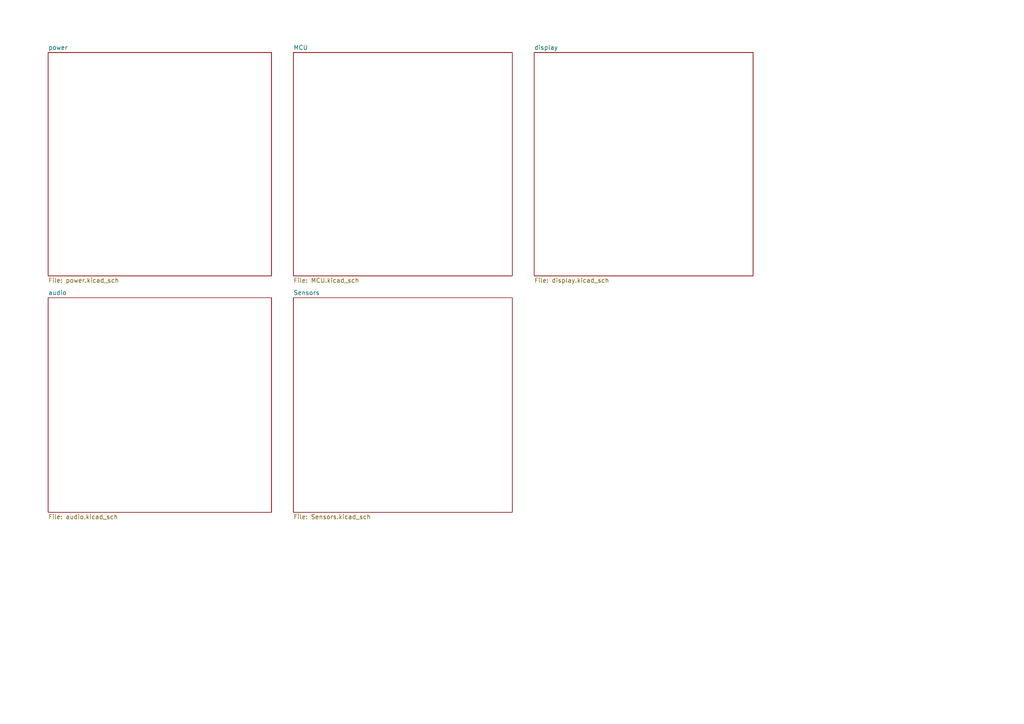
<source format=kicad_sch>
(kicad_sch
	(version 20250114)
	(generator "eeschema")
	(generator_version "9.0")
	(uuid "e2b3b76c-15d2-45d4-9847-56ef7109e38b")
	(paper "A4")
	(lib_symbols)
	(sheet
		(at 85.09 86.36)
		(size 63.5 62.23)
		(exclude_from_sim no)
		(in_bom yes)
		(on_board yes)
		(dnp no)
		(fields_autoplaced yes)
		(stroke
			(width 0.1524)
			(type solid)
		)
		(fill
			(color 0 0 0 0.0000)
		)
		(uuid "61adde94-3e04-48a8-bb2e-2071badb04aa")
		(property "Sheetname" "Sensors"
			(at 85.09 85.6484 0)
			(effects
				(font
					(size 1.27 1.27)
				)
				(justify left bottom)
			)
		)
		(property "Sheetfile" "Sensors.kicad_sch"
			(at 85.09 149.1746 0)
			(effects
				(font
					(size 1.27 1.27)
				)
				(justify left top)
			)
		)
		(instances
			(project "PocketNode"
				(path "/e2b3b76c-15d2-45d4-9847-56ef7109e38b"
					(page "6")
				)
			)
		)
	)
	(sheet
		(at 13.97 15.24)
		(size 64.77 64.77)
		(exclude_from_sim no)
		(in_bom yes)
		(on_board yes)
		(dnp no)
		(fields_autoplaced yes)
		(stroke
			(width 0.1524)
			(type solid)
		)
		(fill
			(color 0 0 0 0.0000)
		)
		(uuid "685387d4-db8b-4df7-8941-3d824be3e920")
		(property "Sheetname" "power"
			(at 13.97 14.5284 0)
			(effects
				(font
					(size 1.27 1.27)
				)
				(justify left bottom)
			)
		)
		(property "Sheetfile" "power.kicad_sch"
			(at 13.97 80.5946 0)
			(effects
				(font
					(size 1.27 1.27)
				)
				(justify left top)
			)
		)
		(instances
			(project "PocketNode"
				(path "/e2b3b76c-15d2-45d4-9847-56ef7109e38b"
					(page "2")
				)
			)
		)
	)
	(sheet
		(at 13.97 86.36)
		(size 64.77 62.23)
		(exclude_from_sim no)
		(in_bom yes)
		(on_board yes)
		(dnp no)
		(fields_autoplaced yes)
		(stroke
			(width 0.1524)
			(type solid)
		)
		(fill
			(color 0 0 0 0.0000)
		)
		(uuid "774ade8b-4e58-45a4-b72f-045587259432")
		(property "Sheetname" "audio"
			(at 13.97 85.6484 0)
			(effects
				(font
					(size 1.27 1.27)
				)
				(justify left bottom)
			)
		)
		(property "Sheetfile" "audio.kicad_sch"
			(at 13.97 149.1746 0)
			(effects
				(font
					(size 1.27 1.27)
				)
				(justify left top)
			)
		)
		(instances
			(project "PocketNode"
				(path "/e2b3b76c-15d2-45d4-9847-56ef7109e38b"
					(page "5")
				)
			)
		)
	)
	(sheet
		(at 154.94 15.24)
		(size 63.5 64.77)
		(exclude_from_sim no)
		(in_bom yes)
		(on_board yes)
		(dnp no)
		(fields_autoplaced yes)
		(stroke
			(width 0.1524)
			(type solid)
		)
		(fill
			(color 0 0 0 0.0000)
		)
		(uuid "c058e23a-95ff-46ea-890f-afb329646003")
		(property "Sheetname" "display"
			(at 154.94 14.5284 0)
			(effects
				(font
					(size 1.27 1.27)
				)
				(justify left bottom)
			)
		)
		(property "Sheetfile" "display.kicad_sch"
			(at 154.94 80.5946 0)
			(effects
				(font
					(size 1.27 1.27)
				)
				(justify left top)
			)
		)
		(instances
			(project "PocketNode"
				(path "/e2b3b76c-15d2-45d4-9847-56ef7109e38b"
					(page "4")
				)
			)
		)
	)
	(sheet
		(at 85.09 15.24)
		(size 63.5 64.77)
		(exclude_from_sim no)
		(in_bom yes)
		(on_board yes)
		(dnp no)
		(fields_autoplaced yes)
		(stroke
			(width 0.1524)
			(type solid)
		)
		(fill
			(color 0 0 0 0.0000)
		)
		(uuid "c3bd9f70-08e8-4658-b168-675f40b62085")
		(property "Sheetname" "MCU"
			(at 85.09 14.5284 0)
			(effects
				(font
					(size 1.27 1.27)
				)
				(justify left bottom)
			)
		)
		(property "Sheetfile" "MCU.kicad_sch"
			(at 85.09 80.5946 0)
			(effects
				(font
					(size 1.27 1.27)
				)
				(justify left top)
			)
		)
		(instances
			(project "PocketNode"
				(path "/e2b3b76c-15d2-45d4-9847-56ef7109e38b"
					(page "3")
				)
			)
		)
	)
	(sheet_instances
		(path "/"
			(page "1")
		)
	)
	(embedded_fonts no)
)

</source>
